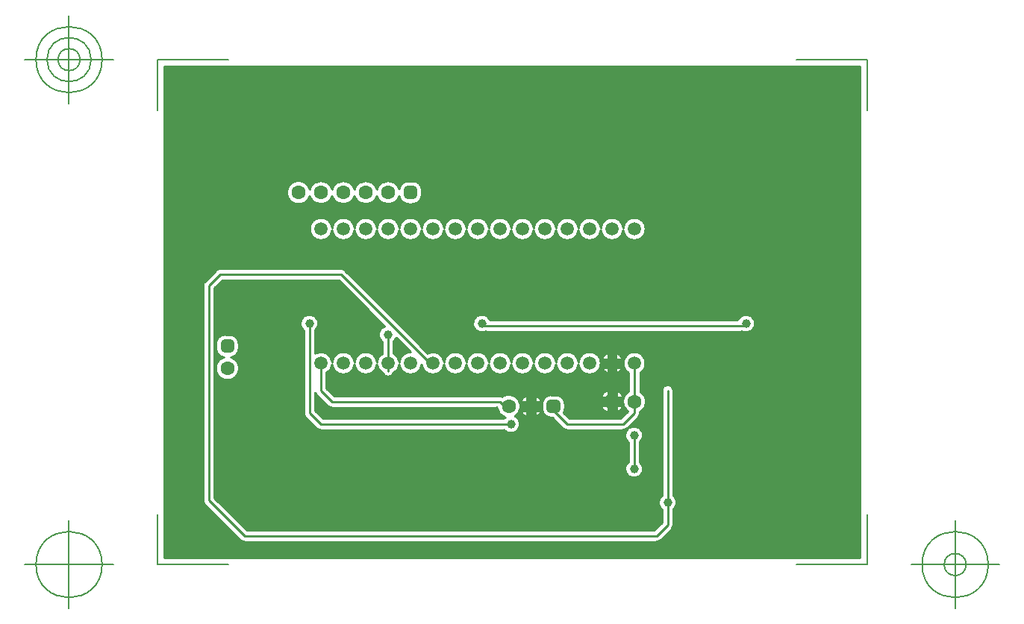
<source format=gbr>
G04 Generated by Ultiboard 14.2 *
%FSLAX24Y24*%
%MOIN*%

%ADD10C,0.0001*%
%ADD11C,0.0100*%
%ADD12C,0.0050*%
%ADD13C,0.0394*%
%ADD14C,0.0591*%
%ADD15R,0.0208X0.0208*%
%ADD16C,0.0392*%
%ADD17C,0.0633*%


G04 ColorRGB 0000FF for the following layer *
%LNCopper Bottom*%
%LPD*%
G54D10*
G36*
X208Y234D02*
X208Y234D01*
X208Y22195D01*
X31292Y22195D01*
X31292Y234D01*
X208Y234D01*
D02*
G37*
%LPC*%
G36*
X22200Y941D02*
G75*
D01*
G03X22254Y947I0J259*
G01*
G74*
D01*
G03X22383Y1017I54J253*
G01*
X22383Y1017D01*
X22883Y1517D01*
G75*
D01*
G03X22959Y1700I-183J183*
G01*
X22959Y1700D01*
X22959Y2389D01*
G75*
D01*
G03X22959Y3011I-259J311*
G01*
X22959Y3011D01*
X22959Y7700D01*
G75*
D01*
G03X22441Y7700I-259J0*
G01*
X22441Y7700D01*
X22441Y3011D01*
G75*
D01*
G03X22441Y2389I259J-311*
G01*
X22441Y2389D01*
X22441Y1807D01*
X22093Y1459D01*
X3907Y1459D01*
X2459Y2907D01*
X2459Y12293D01*
X2807Y12641D01*
X8000Y12641D01*
X9240Y11401D01*
X9240Y11401D01*
X10061Y10580D01*
G75*
D01*
G03X9941Y9889I139J-380*
G01*
X9941Y9889D01*
X9941Y9347D01*
G74*
D01*
G03X9717Y8979I276J420*
G01*
G75*
D01*
G03X8717Y8979I-500J-52*
G01*
G75*
D01*
G03X7717Y8979I-500J-52*
G01*
G75*
D01*
G03X6959Y9358I-500J-52*
G01*
X6959Y9358D01*
X6959Y10389D01*
G75*
D01*
G03X6441Y10389I-259J311*
G01*
X6441Y10389D01*
X6441Y6701D01*
G75*
D01*
G03X6517Y6517I259J-1*
G01*
X6517Y6517D01*
X7017Y6017D01*
G74*
D01*
G03X7125Y5952I183J183*
G01*
G75*
D01*
G03X7200Y5941I75J248*
G01*
X7200Y5941D01*
X15389Y5941D01*
G75*
D01*
G03X15885Y6560I311J259*
G01*
G75*
D01*
G03X15308Y7435I-285J440*
G01*
G74*
D01*
G03X15285Y7444I108J235*
G01*
G75*
D01*
G03X15200Y7459I-85J-244*
G01*
X15200Y7459D01*
X7807Y7459D01*
X7459Y7807D01*
X7459Y8486D01*
G74*
D01*
G03X7717Y8874I242J441*
G01*
G75*
D01*
G03X8717Y8874I500J53*
G01*
G75*
D01*
G03X9717Y8874I500J53*
G01*
G74*
D01*
G03X9978Y8484I500J53*
G01*
G75*
D01*
G03X10457Y8484I239J99*
G01*
G74*
D01*
G03X10717Y8874I240J443*
G01*
G75*
D01*
G03X11717Y8874I500J53*
G01*
G75*
D01*
G03X12717Y8874I500J53*
G01*
G75*
D01*
G03X13717Y8874I500J53*
G01*
G75*
D01*
G03X14717Y8874I500J53*
G01*
G75*
D01*
G03X15717Y8874I500J53*
G01*
G75*
D01*
G03X16717Y8874I500J53*
G01*
G75*
D01*
G03X17717Y8874I500J53*
G01*
G75*
D01*
G03X18717Y8874I500J53*
G01*
G75*
D01*
G03X18717Y8979I500J53*
G01*
G75*
D01*
G03X17717Y8979I-500J-52*
G01*
G75*
D01*
G03X16717Y8979I-500J-52*
G01*
G75*
D01*
G03X15717Y8979I-500J-52*
G01*
G75*
D01*
G03X14717Y8979I-500J-52*
G01*
G75*
D01*
G03X13717Y8979I-500J-52*
G01*
G75*
D01*
G03X12717Y8979I-500J-52*
G01*
G75*
D01*
G03X11995Y9378I-500J-52*
G01*
X11995Y9378D01*
X9240Y12132D01*
X9240Y12132D01*
X8290Y13083D01*
G74*
D01*
G03X8107Y13159I183J183*
G01*
X8107Y13159D01*
X2700Y13159D01*
G75*
D01*
G03X2517Y13083I0J-259*
G01*
X2517Y13083D01*
X2017Y12583D01*
G75*
D01*
G03X1941Y12400I183J-183*
G01*
X1941Y12400D01*
X1941Y2800D01*
G75*
D01*
G03X2017Y2617I259J0*
G01*
X2017Y2617D01*
X3617Y1017D01*
G74*
D01*
G03X3703Y960I183J183*
G01*
G75*
D01*
G03X3800Y941I97J240*
G01*
X3800Y941D01*
X22200Y941D01*
D02*
G37*
G36*
X9717Y16714D02*
G75*
D01*
G03X8717Y16714I-500J-157*
G01*
G75*
D01*
G03X7717Y16714I-500J-157*
G01*
G75*
D01*
G03X6717Y16714I-500J-157*
G01*
G75*
D01*
G03X6717Y16399I-500J-157*
G01*
G75*
D01*
G03X7717Y16399I500J158*
G01*
G75*
D01*
G03X8717Y16399I500J158*
G01*
G75*
D01*
G03X9717Y16399I500J158*
G01*
G75*
D01*
G03X10713Y16387I500J158*
G01*
G75*
D01*
G03X11113Y16047I400J65*
G01*
X11113Y16047D01*
X11321Y16047D01*
G75*
D01*
G03X11727Y16452I0J405*
G01*
X11727Y16452D01*
X11727Y16661D01*
G74*
D01*
G03X11321Y17066I406J0*
G01*
X11321Y17066D01*
X11113Y17066D01*
G75*
D01*
G03X10713Y16726I0J-405*
G01*
G75*
D01*
G03X9717Y16714I-496J-169*
G01*
D02*
G37*
G36*
X9717Y14979D02*
G75*
D01*
G03X8717Y14979I-500J-52*
G01*
G75*
D01*
G03X7717Y14979I-500J-52*
G01*
G75*
D01*
G03X7717Y14874I-500J-52*
G01*
G75*
D01*
G03X8717Y14874I500J53*
G01*
G75*
D01*
G03X9717Y14874I500J53*
G01*
G75*
D01*
G03X10717Y14874I500J53*
G01*
G75*
D01*
G03X11717Y14874I500J53*
G01*
G75*
D01*
G03X12717Y14874I500J53*
G01*
G75*
D01*
G03X13717Y14874I500J53*
G01*
G75*
D01*
G03X14717Y14874I500J53*
G01*
G75*
D01*
G03X15717Y14874I500J53*
G01*
G75*
D01*
G03X16717Y14874I500J53*
G01*
G75*
D01*
G03X17717Y14874I500J53*
G01*
G75*
D01*
G03X18717Y14874I500J53*
G01*
G75*
D01*
G03X19717Y14874I500J53*
G01*
G75*
D01*
G03X20717Y14874I500J53*
G01*
G75*
D01*
G03X20717Y14979I500J53*
G01*
G75*
D01*
G03X19717Y14979I-500J-52*
G01*
G75*
D01*
G03X18717Y14979I-500J-52*
G01*
G75*
D01*
G03X17717Y14979I-500J-52*
G01*
G75*
D01*
G03X16717Y14979I-500J-52*
G01*
G75*
D01*
G03X15717Y14979I-500J-52*
G01*
G75*
D01*
G03X14717Y14979I-500J-52*
G01*
G75*
D01*
G03X13717Y14979I-500J-52*
G01*
G75*
D01*
G03X12717Y14979I-500J-52*
G01*
G75*
D01*
G03X11717Y14979I-500J-52*
G01*
G75*
D01*
G03X10717Y14979I-500J-52*
G01*
G75*
D01*
G03X9717Y14979I-500J-52*
G01*
D02*
G37*
G36*
X20396Y9397D02*
X20396Y9397D01*
X20396Y9105D01*
X20687Y9105D01*
G74*
D01*
G03X20396Y9397I470J178*
G01*
D02*
G37*
G36*
X20039Y9397D02*
G74*
D01*
G03X19747Y9105I178J470*
G01*
X19747Y9105D01*
X20039Y9105D01*
X20039Y9397D01*
D02*
G37*
G36*
X21476Y8495D02*
G75*
D01*
G03X20959Y8495I-259J432*
G01*
X20959Y8495D01*
X20959Y7670D01*
G75*
D01*
G03X20917Y6783I257J-456*
G01*
X20917Y6783D01*
X20593Y6459D01*
X18307Y6459D01*
X18061Y6704D01*
G75*
D01*
G03X18109Y6896I-357J192*
G01*
X18109Y6896D01*
X18109Y7104D01*
G74*
D01*
G03X17704Y7509I405J0*
G01*
X17704Y7509D01*
X17496Y7509D01*
G75*
D01*
G03X17091Y7104I0J-405*
G01*
X17091Y7104D01*
X17091Y6896D01*
G75*
D01*
G03X17496Y6491I405J0*
G01*
X17496Y6491D01*
X17544Y6491D01*
X18017Y6017D01*
G74*
D01*
G03X18116Y5955I183J183*
G01*
G75*
D01*
G03X18200Y5941I84J245*
G01*
X18200Y5941D01*
X20700Y5941D01*
G75*
D01*
G03X20729Y5943I0J259*
G01*
G74*
D01*
G03X20883Y6017I29J257*
G01*
X20883Y6017D01*
X21399Y6533D01*
G75*
D01*
G03X21475Y6716I-183J183*
G01*
X21475Y6716D01*
X21475Y6758D01*
G75*
D01*
G03X21476Y7669I-259J456*
G01*
X21476Y7669D01*
X21476Y8495D01*
D02*
G37*
G36*
X3208Y9189D02*
G75*
D01*
G03X3547Y9589I-66J400*
G01*
X3547Y9589D01*
X3547Y9798D01*
G74*
D01*
G03X3142Y10203I405J0*
G01*
X3142Y10203D01*
X2934Y10203D01*
G75*
D01*
G03X2529Y9798I0J-405*
G01*
X2529Y9798D01*
X2529Y9589D01*
G75*
D01*
G03X2868Y9189I405J0*
G01*
G75*
D01*
G03X3208Y9189I170J-495*
G01*
D02*
G37*
G36*
X25828Y10859D02*
X25828Y10859D01*
X14772Y10859D01*
G75*
D01*
G03X14587Y10341I-372J-159*
G01*
X14587Y10341D01*
X26013Y10341D01*
G75*
D01*
G03X25828Y10859I187J359*
G01*
D02*
G37*
G36*
X20020Y8927D02*
G75*
D01*
G03X20020Y8927I197J0*
G01*
D02*
G37*
G36*
X20397Y6711D02*
G74*
D01*
G03X20718Y7033I77J398*
G01*
X20718Y7033D01*
X20397Y7033D01*
X20397Y6711D01*
D02*
G37*
G36*
X20020Y7214D02*
G75*
D01*
G03X20020Y7214I196J0*
G01*
D02*
G37*
G36*
X19714Y7033D02*
G74*
D01*
G03X20035Y6711I398J76*
G01*
X20035Y6711D01*
X20035Y7033D01*
X19714Y7033D01*
D02*
G37*
G36*
X20718Y7394D02*
G74*
D01*
G03X20397Y7716I398J76*
G01*
X20397Y7716D01*
X20397Y7394D01*
X20718Y7394D01*
D02*
G37*
G36*
X20035Y7716D02*
G74*
D01*
G03X19714Y7394I77J398*
G01*
X19714Y7394D01*
X20035Y7394D01*
X20035Y7716D01*
D02*
G37*
G36*
X20687Y8748D02*
X20687Y8748D01*
X20396Y8748D01*
X20396Y8456D01*
G74*
D01*
G03X20687Y8748I179J471*
G01*
D02*
G37*
G36*
X20039Y8456D02*
X20039Y8456D01*
X20039Y8748D01*
X19747Y8748D01*
G74*
D01*
G03X20039Y8456I470J179*
G01*
D02*
G37*
G36*
X16425Y7000D02*
G75*
D01*
G03X16425Y7000I175J0*
G01*
D02*
G37*
G36*
X16414Y6510D02*
X16414Y6510D01*
X16414Y6814D01*
X16110Y6814D01*
G74*
D01*
G03X16414Y6510I490J186*
G01*
D02*
G37*
G36*
X17090Y6814D02*
X17090Y6814D01*
X16786Y6814D01*
X16786Y6510D01*
G74*
D01*
G03X17090Y6814I186J490*
G01*
D02*
G37*
G36*
X16110Y7186D02*
X16110Y7186D01*
X16414Y7186D01*
X16414Y7490D01*
G74*
D01*
G03X16110Y7186I186J490*
G01*
D02*
G37*
G36*
X16786Y7490D02*
X16786Y7490D01*
X16786Y7186D01*
X17090Y7186D01*
G74*
D01*
G03X16786Y7490I490J186*
G01*
D02*
G37*
G36*
X20941Y5389D02*
X20941Y5389D01*
X20941Y4511D01*
G75*
D01*
G03X21459Y4511I259J-311*
G01*
X21459Y4511D01*
X21459Y5389D01*
G75*
D01*
G03X20941Y5389I-259J311*
G01*
D02*
G37*
%LPD*%
G36*
X7700Y6941D02*
X7700Y6941D01*
X15079Y6941D01*
G74*
D01*
G03X15433Y6503I521J59*
G01*
G74*
D01*
G03X15389Y6459I267J303*
G01*
X15389Y6459D01*
X7307Y6459D01*
X6959Y6807D01*
X6959Y7607D01*
G74*
D01*
G03X7017Y7517I241J93*
G01*
X7017Y7517D01*
X7517Y7017D01*
G74*
D01*
G03X7625Y6952I183J183*
G01*
G75*
D01*
G03X7700Y6941I75J248*
G01*
D02*
G37*
G36*
X10717Y8979D02*
G74*
D01*
G03X10459Y9368I500J52*
G01*
X10459Y9368D01*
X10459Y9889D01*
G74*
D01*
G03X10580Y10061I259J311*
G01*
X10580Y10061D01*
X11212Y9429D01*
G74*
D01*
G03X10717Y8979I5J502*
G01*
D02*
G37*
G54D11*
X7700Y6941D02*
X15079Y6941D01*
G74*
D01*
G03X15433Y6503I521J59*
G01*
G74*
D01*
G03X15389Y6459I267J303*
G01*
X7307Y6459D01*
X6959Y6807D01*
X6959Y7607D01*
G74*
D01*
G03X7017Y7517I241J93*
G01*
X7517Y7017D01*
G74*
D01*
G03X7625Y6952I183J183*
G01*
G75*
D01*
G03X7700Y6941I75J248*
G01*
X22200Y941D02*
G75*
D01*
G03X22254Y947I0J259*
G01*
G74*
D01*
G03X22383Y1017I54J253*
G01*
X22883Y1517D01*
G75*
D01*
G03X22959Y1700I-183J183*
G01*
X22959Y2389D01*
G75*
D01*
G03X22959Y3011I-259J311*
G01*
X22959Y7700D01*
G75*
D01*
G03X22441Y7700I-259J0*
G01*
X22441Y3011D01*
G75*
D01*
G03X22441Y2389I259J-311*
G01*
X22441Y1807D01*
X22093Y1459D01*
X3907Y1459D01*
X2459Y2907D01*
X2459Y12293D01*
X2807Y12641D01*
X8000Y12641D01*
X9240Y11401D01*
X9240Y11401D01*
X10061Y10580D01*
G75*
D01*
G03X9941Y9889I139J-380*
G01*
X9941Y9347D01*
G74*
D01*
G03X9717Y8979I276J420*
G01*
G75*
D01*
G03X8717Y8979I-500J-52*
G01*
G75*
D01*
G03X7717Y8979I-500J-52*
G01*
G75*
D01*
G03X6959Y9358I-500J-52*
G01*
X6959Y10389D01*
G75*
D01*
G03X6441Y10389I-259J311*
G01*
X6441Y6701D01*
G75*
D01*
G03X6517Y6517I259J-1*
G01*
X7017Y6017D01*
G74*
D01*
G03X7125Y5952I183J183*
G01*
G75*
D01*
G03X7200Y5941I75J248*
G01*
X15389Y5941D01*
G75*
D01*
G03X15885Y6560I311J259*
G01*
G75*
D01*
G03X15308Y7435I-285J440*
G01*
G74*
D01*
G03X15285Y7444I108J235*
G01*
G75*
D01*
G03X15200Y7459I-85J-244*
G01*
X7807Y7459D01*
X7459Y7807D01*
X7459Y8486D01*
G74*
D01*
G03X7717Y8874I242J441*
G01*
G75*
D01*
G03X8717Y8874I500J53*
G01*
G75*
D01*
G03X9717Y8874I500J53*
G01*
G74*
D01*
G03X9978Y8484I500J53*
G01*
G75*
D01*
G03X10457Y8484I239J99*
G01*
G74*
D01*
G03X10717Y8874I240J443*
G01*
G75*
D01*
G03X11717Y8874I500J53*
G01*
G75*
D01*
G03X12717Y8874I500J53*
G01*
G75*
D01*
G03X13717Y8874I500J53*
G01*
G75*
D01*
G03X14717Y8874I500J53*
G01*
G75*
D01*
G03X15717Y8874I500J53*
G01*
G75*
D01*
G03X16717Y8874I500J53*
G01*
G75*
D01*
G03X17717Y8874I500J53*
G01*
G75*
D01*
G03X18717Y8874I500J53*
G01*
G75*
D01*
G03X18717Y8979I500J53*
G01*
G75*
D01*
G03X17717Y8979I-500J-52*
G01*
G75*
D01*
G03X16717Y8979I-500J-52*
G01*
G75*
D01*
G03X15717Y8979I-500J-52*
G01*
G75*
D01*
G03X14717Y8979I-500J-52*
G01*
G75*
D01*
G03X13717Y8979I-500J-52*
G01*
G75*
D01*
G03X12717Y8979I-500J-52*
G01*
G75*
D01*
G03X11995Y9378I-500J-52*
G01*
X9240Y12132D01*
X9240Y12132D01*
X8290Y13083D01*
G74*
D01*
G03X8107Y13159I183J183*
G01*
X2700Y13159D01*
G75*
D01*
G03X2517Y13083I0J-259*
G01*
X2017Y12583D01*
G75*
D01*
G03X1941Y12400I183J-183*
G01*
X1941Y2800D01*
G75*
D01*
G03X2017Y2617I259J0*
G01*
X3617Y1017D01*
G74*
D01*
G03X3703Y960I183J183*
G01*
G75*
D01*
G03X3800Y941I97J240*
G01*
X22200Y941D01*
X9717Y16714D02*
G75*
D01*
G03X8717Y16714I-500J-157*
G01*
G75*
D01*
G03X7717Y16714I-500J-157*
G01*
G75*
D01*
G03X6717Y16714I-500J-157*
G01*
G75*
D01*
G03X6717Y16399I-500J-157*
G01*
G75*
D01*
G03X7717Y16399I500J158*
G01*
G75*
D01*
G03X8717Y16399I500J158*
G01*
G75*
D01*
G03X9717Y16399I500J158*
G01*
G75*
D01*
G03X10713Y16387I500J158*
G01*
G75*
D01*
G03X11113Y16047I400J65*
G01*
X11321Y16047D01*
G75*
D01*
G03X11727Y16452I0J405*
G01*
X11727Y16661D01*
G74*
D01*
G03X11321Y17066I406J0*
G01*
X11113Y17066D01*
G75*
D01*
G03X10713Y16726I0J-405*
G01*
G75*
D01*
G03X9717Y16714I-496J-169*
G01*
X9717Y14979D02*
G75*
D01*
G03X8717Y14979I-500J-52*
G01*
G75*
D01*
G03X7717Y14979I-500J-52*
G01*
G75*
D01*
G03X7717Y14874I-500J-52*
G01*
G75*
D01*
G03X8717Y14874I500J53*
G01*
G75*
D01*
G03X9717Y14874I500J53*
G01*
G75*
D01*
G03X10717Y14874I500J53*
G01*
G75*
D01*
G03X11717Y14874I500J53*
G01*
G75*
D01*
G03X12717Y14874I500J53*
G01*
G75*
D01*
G03X13717Y14874I500J53*
G01*
G75*
D01*
G03X14717Y14874I500J53*
G01*
G75*
D01*
G03X15717Y14874I500J53*
G01*
G75*
D01*
G03X16717Y14874I500J53*
G01*
G75*
D01*
G03X17717Y14874I500J53*
G01*
G75*
D01*
G03X18717Y14874I500J53*
G01*
G75*
D01*
G03X19717Y14874I500J53*
G01*
G75*
D01*
G03X20717Y14874I500J53*
G01*
G75*
D01*
G03X20717Y14979I500J53*
G01*
G75*
D01*
G03X19717Y14979I-500J-52*
G01*
G75*
D01*
G03X18717Y14979I-500J-52*
G01*
G75*
D01*
G03X17717Y14979I-500J-52*
G01*
G75*
D01*
G03X16717Y14979I-500J-52*
G01*
G75*
D01*
G03X15717Y14979I-500J-52*
G01*
G75*
D01*
G03X14717Y14979I-500J-52*
G01*
G75*
D01*
G03X13717Y14979I-500J-52*
G01*
G75*
D01*
G03X12717Y14979I-500J-52*
G01*
G75*
D01*
G03X11717Y14979I-500J-52*
G01*
G75*
D01*
G03X10717Y14979I-500J-52*
G01*
G75*
D01*
G03X9717Y14979I-500J-52*
G01*
X20396Y9397D02*
X20396Y9105D01*
X20687Y9105D01*
G74*
D01*
G03X20396Y9397I470J178*
G01*
X20039Y9397D02*
G74*
D01*
G03X19747Y9105I178J470*
G01*
X20039Y9105D01*
X20039Y9397D01*
X21476Y8495D02*
G75*
D01*
G03X20959Y8495I-259J432*
G01*
X20959Y7670D01*
G75*
D01*
G03X20917Y6783I257J-456*
G01*
X20593Y6459D01*
X18307Y6459D01*
X18061Y6704D01*
G75*
D01*
G03X18109Y6896I-357J192*
G01*
X18109Y7104D01*
G74*
D01*
G03X17704Y7509I405J0*
G01*
X17496Y7509D01*
G75*
D01*
G03X17091Y7104I0J-405*
G01*
X17091Y6896D01*
G75*
D01*
G03X17496Y6491I405J0*
G01*
X17544Y6491D01*
X18017Y6017D01*
G74*
D01*
G03X18116Y5955I183J183*
G01*
G75*
D01*
G03X18200Y5941I84J245*
G01*
X20700Y5941D01*
G75*
D01*
G03X20729Y5943I0J259*
G01*
G74*
D01*
G03X20883Y6017I29J257*
G01*
X21399Y6533D01*
G75*
D01*
G03X21475Y6716I-183J183*
G01*
X21475Y6758D01*
G75*
D01*
G03X21476Y7669I-259J456*
G01*
X21476Y8495D01*
X3208Y9189D02*
G75*
D01*
G03X3547Y9589I-66J400*
G01*
X3547Y9798D01*
G74*
D01*
G03X3142Y10203I405J0*
G01*
X2934Y10203D01*
G75*
D01*
G03X2529Y9798I0J-405*
G01*
X2529Y9589D01*
G75*
D01*
G03X2868Y9189I405J0*
G01*
G75*
D01*
G03X3208Y9189I170J-495*
G01*
X25828Y10859D02*
X14772Y10859D01*
G75*
D01*
G03X14587Y10341I-372J-159*
G01*
X26013Y10341D01*
G75*
D01*
G03X25828Y10859I187J359*
G01*
X20020Y8927D02*
G75*
D01*
G03X20020Y8927I197J0*
G01*
X20397Y6711D02*
G74*
D01*
G03X20718Y7033I77J398*
G01*
X20397Y7033D01*
X20397Y6711D01*
X20020Y7214D02*
G75*
D01*
G03X20020Y7214I196J0*
G01*
X19714Y7033D02*
G74*
D01*
G03X20035Y6711I398J76*
G01*
X20035Y7033D01*
X19714Y7033D01*
X20718Y7394D02*
G74*
D01*
G03X20397Y7716I398J76*
G01*
X20397Y7394D01*
X20718Y7394D01*
X20035Y7716D02*
G74*
D01*
G03X19714Y7394I77J398*
G01*
X20035Y7394D01*
X20035Y7716D01*
X20687Y8748D02*
X20396Y8748D01*
X20396Y8456D01*
G74*
D01*
G03X20687Y8748I179J471*
G01*
X20039Y8456D02*
X20039Y8748D01*
X19747Y8748D01*
G74*
D01*
G03X20039Y8456I470J179*
G01*
X16425Y7000D02*
G75*
D01*
G03X16425Y7000I175J0*
G01*
X16414Y6510D02*
X16414Y6814D01*
X16110Y6814D01*
G74*
D01*
G03X16414Y6510I490J186*
G01*
X17090Y6814D02*
X16786Y6814D01*
X16786Y6510D01*
G74*
D01*
G03X17090Y6814I186J490*
G01*
X16110Y7186D02*
X16414Y7186D01*
X16414Y7490D01*
G74*
D01*
G03X16110Y7186I186J490*
G01*
X16786Y7490D02*
X16786Y7186D01*
X17090Y7186D01*
G74*
D01*
G03X16786Y7490I490J186*
G01*
X20941Y5389D02*
X20941Y4511D01*
G75*
D01*
G03X21459Y4511I259J-311*
G01*
X21459Y5389D01*
G75*
D01*
G03X20941Y5389I-259J311*
G01*
X208Y234D02*
X208Y22195D01*
X31292Y22195D01*
X31292Y234D01*
X208Y234D01*
X10717Y8979D02*
G74*
D01*
G03X10459Y9368I500J52*
G01*
X10459Y9889D01*
G74*
D01*
G03X10580Y10061I259J311*
G01*
X11212Y9429D01*
G74*
D01*
G03X10717Y8979I5J502*
G01*
X3800Y1200D02*
X2200Y2800D01*
X22200Y1200D02*
X3800Y1200D01*
X22700Y1700D02*
X22200Y1200D01*
X22700Y1700D02*
X22700Y7700D01*
X2200Y2800D02*
X2200Y12400D01*
X21200Y5700D02*
X21200Y4200D01*
X15700Y6200D02*
X7200Y6200D01*
X6700Y6700D01*
X6700Y10700D01*
X18200Y6200D02*
X17600Y6800D01*
X17600Y7000D01*
X20700Y6200D02*
X18200Y6200D01*
X21216Y6716D02*
X20700Y6200D01*
X21216Y7214D02*
X21216Y6716D01*
X7700Y7200D02*
X7200Y7700D01*
X15200Y7200D02*
X7700Y7200D01*
X15400Y7000D02*
X15200Y7200D01*
X15600Y7000D02*
X15400Y7000D01*
X16700Y7450D02*
X16700Y7200D01*
X16600Y7100D01*
X16600Y7000D01*
X16950Y7700D02*
X16700Y7450D01*
X20216Y7214D02*
X20200Y7214D01*
X20200Y7700D01*
X20217Y8927D02*
X20217Y7215D01*
X21217Y8927D02*
X21217Y7215D01*
X7200Y7700D02*
X7200Y8700D01*
X20200Y7700D02*
X16950Y7700D01*
X7217Y8717D02*
X7217Y8927D01*
X7200Y8700D02*
X7217Y8717D01*
X8107Y12900D02*
X12080Y8927D01*
X10217Y8583D02*
X10217Y9183D01*
X12080Y8927D02*
X12217Y8927D01*
X10200Y9200D02*
X10217Y9183D01*
X10200Y10200D02*
X10200Y9200D01*
X26100Y10600D02*
X14300Y10600D01*
X26100Y10600D02*
X26200Y10700D01*
X2200Y12400D02*
X2700Y12900D01*
X8107Y12900D01*
G54D12*
X-100Y-74D02*
X-100Y2184D01*
X-100Y-74D02*
X3070Y-74D01*
X31601Y-74D02*
X28431Y-74D01*
X31601Y-74D02*
X31601Y2184D01*
X31601Y22503D02*
X31601Y20245D01*
X31601Y22503D02*
X28431Y22503D01*
X-100Y22503D02*
X3070Y22503D01*
X-100Y22503D02*
X-100Y20245D01*
X-2069Y-74D02*
X-6006Y-74D01*
X-4037Y-2043D02*
X-4037Y1894D01*
X-5513Y-74D02*
G75*
D01*
G02X-5513Y-74I1476J0*
G01*
X33569Y-74D02*
X37506Y-74D01*
X35538Y-2043D02*
X35538Y1894D01*
X34062Y-74D02*
G75*
D01*
G02X34062Y-74I1476J0*
G01*
X35046Y-74D02*
G75*
D01*
G02X35046Y-74I492J0*
G01*
X-2069Y22503D02*
X-6006Y22503D01*
X-4037Y20535D02*
X-4037Y24472D01*
X-5513Y22503D02*
G75*
D01*
G02X-5513Y22503I1476J0*
G01*
X-5021Y22503D02*
G75*
D01*
G02X-5021Y22503I984J0*
G01*
X-4529Y22503D02*
G75*
D01*
G02X-4529Y22503I492J0*
G01*
G54D13*
X22700Y2700D03*
X21200Y4200D03*
X21200Y5700D03*
X15700Y6200D03*
X6700Y10700D03*
X10200Y10200D03*
X14400Y10700D03*
X26200Y10700D03*
G54D14*
X7217Y8927D03*
X8217Y8927D03*
X9217Y8927D03*
X10217Y8927D03*
X11217Y8927D03*
X12217Y8927D03*
X13217Y8927D03*
X14217Y8927D03*
X15217Y8927D03*
X16217Y8927D03*
X17217Y8927D03*
X18217Y8927D03*
X19217Y8927D03*
X20217Y8927D03*
X21217Y8927D03*
X7217Y14927D03*
X8217Y14927D03*
X9217Y14927D03*
X10217Y14927D03*
X11217Y14927D03*
X12217Y14927D03*
X13217Y14927D03*
X14217Y14927D03*
X15217Y14927D03*
X16217Y14927D03*
X17217Y14927D03*
X18217Y14927D03*
X19217Y14927D03*
X20217Y14927D03*
X21217Y14927D03*
G54D15*
X20216Y7214D03*
X3038Y9694D03*
X11217Y16557D03*
X17600Y7000D03*
G54D16*
X20112Y7110D02*
X20320Y7110D01*
X20320Y7318D01*
X20112Y7318D01*
X20112Y7110D01*D02*
X2934Y9590D02*
X3142Y9590D01*
X3142Y9798D01*
X2934Y9798D01*
X2934Y9590D01*D02*
X11113Y16453D02*
X11321Y16453D01*
X11321Y16661D01*
X11113Y16661D01*
X11113Y16453D01*D02*
X17496Y6896D02*
X17704Y6896D01*
X17704Y7104D01*
X17496Y7104D01*
X17496Y6896D01*D02*
G54D17*
X21216Y7214D03*
X3038Y8694D03*
X10217Y16557D03*
X9217Y16557D03*
X7217Y16557D03*
X8217Y16557D03*
X6217Y16557D03*
X16600Y7000D03*
X15600Y7000D03*

M02*

</source>
